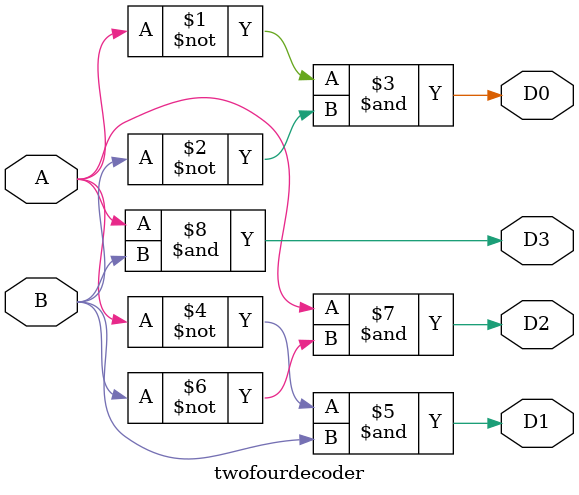
<source format=v>
`timescale 1ns / 1ps


module twofourdecoder(
    
    input A, B,
    output D0,
    output D1, 
    output D2,
    output D3
    );
    
    assign D0=~A&~B;
    assign D1=~A&B;
    assign D2=A&~B;
    assign D3=A&B;
    
endmodule

</source>
